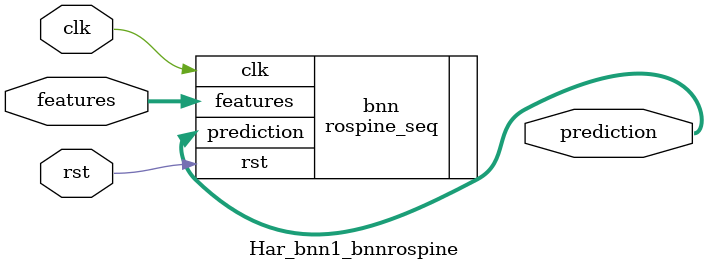
<source format=v>













module Har_bnn1_bnnrospine #(

parameter FEAT_CNT = 12,
parameter HIDDEN_CNT = 40,
parameter FEAT_BITS = 4,
parameter CLASS_CNT = 6,
parameter TEST_CNT = 1000


  ) (
  input clk,
  input rst,
  input [FEAT_CNT*FEAT_BITS-1:0] features,
  output [$clog2(CLASS_CNT)-1:0] prediction
  );

  localparam Weights0 = 480'b010011011001001100101101110001110010101011110010111001110001101001101010010011110101100110000101000100000111110100000001101110101101000110000001100100000001110000111111100111001110011001111010101000111100000011110011111011101000100111100110001101001001000110110111001011101011010111110100111000111100000011000000000100101111000110010101011010001100110101000100110101010101111011111000111000010110111000110001001110000010001100000101000000100100011000001101111001100001101000111001 ;
  localparam Weights1 = 240'b111001111101100000101111100101100010100011010110111111001010010101011010011101001110011111011110001101011100001000101010010101000110011010101101110010110100110101111111011000000011000110001111110000010111001001000101000010011100001111000100 ;

  rospine_seq #(.FEAT_CNT(FEAT_CNT),.FEAT_BITS(FEAT_BITS),.HIDDEN_CNT(HIDDEN_CNT),.CLASS_CNT(CLASS_CNT),.Weights0(Weights0),.Weights1(Weights1)) bnn (
    .clk(clk),
    .rst(rst),
    .features(features),
    .prediction(prediction)
  );

endmodule

</source>
